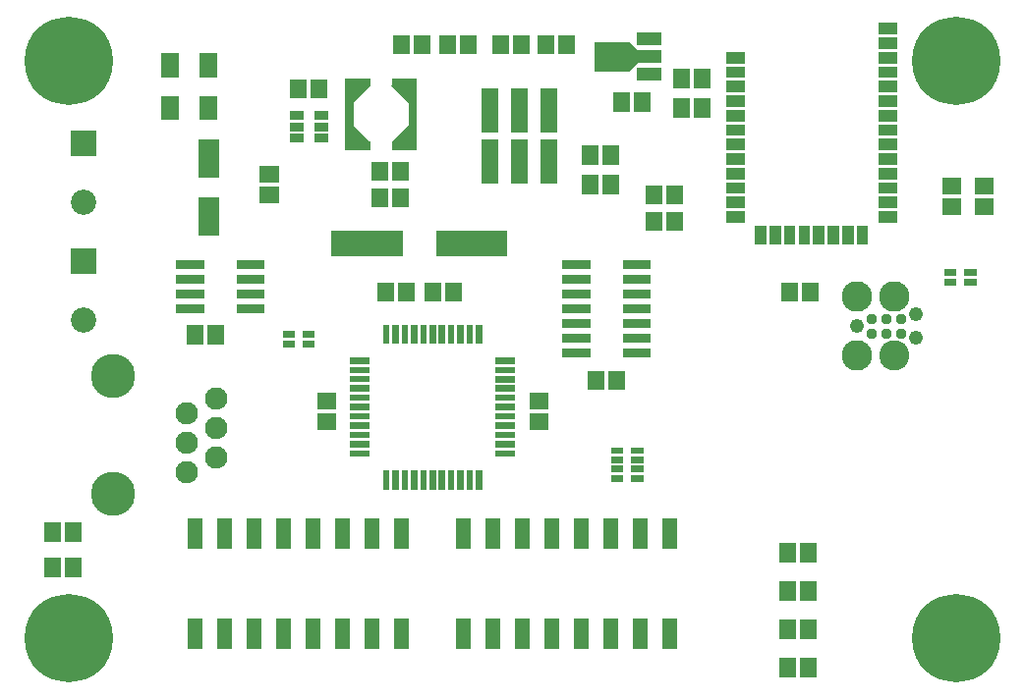
<source format=gbr>
G04 start of page 7 for group -4063 idx -4063 *
G04 Title: (unknown), componentmask *
G04 Creator: pcb 20140316 *
G04 CreationDate: Sun 13 Sep 2020 06:15:44 PM GMT UTC *
G04 For: railfan *
G04 Format: Gerber/RS-274X *
G04 PCB-Dimensions (mil): 3350.00 2300.00 *
G04 PCB-Coordinate-Origin: lower left *
%MOIN*%
%FSLAX25Y25*%
%LNTOPMASK*%
%ADD88R,0.0610X0.0610*%
%ADD87C,0.0370*%
%ADD86R,0.0390X0.0390*%
%ADD85R,0.0290X0.0290*%
%ADD84R,0.0560X0.0560*%
%ADD83R,0.1005X0.1005*%
%ADD82R,0.0438X0.0438*%
%ADD81R,0.0847X0.0847*%
%ADD80R,0.0217X0.0217*%
%ADD79R,0.0500X0.0500*%
%ADD78R,0.0690X0.0690*%
%ADD77R,0.0227X0.0227*%
%ADD76R,0.0572X0.0572*%
%ADD75R,0.0300X0.0300*%
%ADD74C,0.0860*%
%ADD73C,0.0001*%
%ADD72C,0.0760*%
%ADD71C,0.1500*%
%ADD70C,0.2997*%
%ADD69C,0.1025*%
%ADD68C,0.0490*%
%ADD67C,0.1035*%
G54D67*X284500Y133000D03*
X297000D03*
G54D68*X284500Y123000D03*
G54D69*X297000Y113000D03*
G54D67*X284500D03*
G54D68*X304500Y127000D03*
Y119000D03*
G54D70*X318000Y213000D03*
Y17000D03*
G54D71*X32000Y106000D03*
G54D72*X67000Y98500D03*
X57000Y93500D03*
X67000Y88500D03*
X57000Y83500D03*
X67000Y78500D03*
X57000Y73500D03*
G54D71*X32000Y66000D03*
G54D70*X17000Y17000D03*
Y213000D03*
G54D73*G36*
X17700Y149300D02*Y140700D01*
X26300D01*
Y149300D01*
X17700D01*
G37*
G54D74*X22000Y125000D03*
G54D73*G36*
X17700Y189300D02*Y180700D01*
X26300D01*
Y189300D01*
X17700D01*
G37*
G54D74*X22000Y165000D03*
G54D75*X55000Y144000D02*X61500D01*
X55000Y139000D02*X61500D01*
X55000Y134000D02*X61500D01*
X75500Y129000D02*X82000D01*
X75500Y134000D02*X82000D01*
X75500Y139000D02*X82000D01*
X75500Y144000D02*X82000D01*
X55000Y129000D02*X61500D01*
G54D76*X59957Y120393D02*Y119607D01*
X67043Y120393D02*Y119607D01*
G54D77*X90717Y120075D02*X92587D01*
X90717Y116925D02*X92587D01*
X97413D02*X99283D01*
X97413Y120075D02*X99283D01*
G54D78*X64500Y163307D02*Y157008D01*
G54D79*X60000Y21150D02*Y15950D01*
X70000Y21150D02*Y15950D01*
X80000Y21150D02*Y15950D01*
X90000Y21150D02*Y15950D01*
X100000Y21150D02*Y15950D01*
X110000Y21150D02*Y15950D01*
X120000Y21150D02*Y15950D01*
X130000Y21150D02*Y15950D01*
X60000Y55050D02*Y49850D01*
X70000Y55050D02*Y49850D01*
X80000Y55050D02*Y49850D01*
X90000Y55050D02*Y49850D01*
X100000Y55050D02*Y49850D01*
X110000Y55050D02*Y49850D01*
X120000Y55050D02*Y49850D01*
X130000Y55050D02*Y49850D01*
G54D76*X11457Y53393D02*Y52607D01*
X18543Y53393D02*Y52607D01*
Y41393D02*Y40607D01*
X11457Y41393D02*Y40607D01*
G54D80*X156248Y122398D02*Y117972D01*
X153099Y122398D02*Y117972D01*
X149949Y122398D02*Y117972D01*
X146800Y122398D02*Y117972D01*
X143650Y122398D02*Y117972D01*
X140500Y122398D02*Y117972D01*
X137351Y122398D02*Y117972D01*
X134201Y122398D02*Y117972D01*
G54D81*X145843Y151000D02*X161591D01*
G54D76*X147543Y134893D02*Y134107D01*
X140457Y134893D02*Y134107D01*
G54D80*X131052Y122398D02*Y117972D01*
G54D76*X131543Y134893D02*Y134107D01*
G54D80*X127902Y122398D02*Y117972D01*
X124752Y122398D02*Y117972D01*
X113602Y111248D02*X118028D01*
G54D81*X110409Y151000D02*X126157D01*
G54D76*X124457Y134893D02*Y134107D01*
G54D80*X113602Y108099D02*X118028D01*
X113602Y104949D02*X118028D01*
X113602Y101800D02*X118028D01*
X113602Y98650D02*X118028D01*
X113602Y95500D02*X118028D01*
G54D76*X104107Y97543D02*X104893D01*
X104107Y90457D02*X104893D01*
G54D80*X113602Y92351D02*X118028D01*
X113602Y89201D02*X118028D01*
X113602Y86052D02*X118028D01*
X113602Y82902D02*X118028D01*
X113602Y79752D02*X118028D01*
X124752Y73028D02*Y68602D01*
X127901Y73028D02*Y68602D01*
X131051Y73028D02*Y68602D01*
X134200Y73028D02*Y68602D01*
X137350Y73028D02*Y68602D01*
X140500Y73028D02*Y68602D01*
X143649Y73028D02*Y68602D01*
X146799Y73028D02*Y68602D01*
X149948Y73028D02*Y68602D01*
X153098Y73028D02*Y68602D01*
X156248Y73028D02*Y68602D01*
G54D76*X204457Y199393D02*Y198607D01*
X211543Y199393D02*Y198607D01*
X178957Y218893D02*Y218107D01*
X186043Y218893D02*Y218107D01*
X163457Y218893D02*Y218107D01*
X170543Y218893D02*Y218107D01*
G54D82*X211890Y208594D02*X215984D01*
X204174Y214500D02*X215984D01*
G54D83*X200550D02*X202440D01*
G54D73*G36*
X205321Y211195D02*X208585Y214459D01*
X210429Y212615D01*
X207165Y209351D01*
X205321Y211195D01*
G37*
G36*
X207165Y219649D02*X210429Y216385D01*
X208585Y214541D01*
X205321Y217805D01*
X207165Y219649D01*
G37*
G54D82*X211890Y220406D02*X215984D01*
G54D76*X137043Y218893D02*Y218107D01*
X129957Y218893D02*Y218107D01*
X152543Y218893D02*Y218107D01*
X145457Y218893D02*Y218107D01*
G54D84*X160000Y183504D02*Y174016D01*
Y200984D02*Y191496D01*
X170000Y183504D02*Y174016D01*
Y200984D02*Y191496D01*
X180000Y183504D02*Y174016D01*
Y200984D02*Y191496D01*
G54D76*X193957Y181393D02*Y180607D01*
X201043Y181393D02*Y180607D01*
X193957Y171393D02*Y170607D01*
X201043Y171393D02*Y170607D01*
G54D85*X133700Y205700D02*Y184300D01*
X128100Y205700D02*X133700D01*
G54D73*G36*
X126531Y185450D02*X132550Y191469D01*
X135096Y188923D01*
X129077Y182904D01*
X126531Y185450D01*
G37*
G36*
X129077Y207096D02*X135096Y201077D01*
X132550Y198531D01*
X126531Y204550D01*
X129077Y207096D01*
G37*
G36*
X130750Y187250D02*Y183650D01*
X134350D01*
Y187250D01*
X130750D01*
G37*
G36*
Y206350D02*Y202750D01*
X134350D01*
Y206350D01*
X130750D01*
G37*
G54D85*X128100Y184300D02*X133700D01*
G54D76*X129543Y175893D02*Y175107D01*
Y166893D02*Y166107D01*
G54D86*X242000Y214146D02*X244402D01*
X242000Y209224D02*X244402D01*
X242000Y204303D02*X244402D01*
X242000Y199382D02*X244402D01*
X242000Y194461D02*X244402D01*
X242000Y189539D02*X244402D01*
X242000Y184618D02*X244402D01*
G54D76*X232043Y207393D02*Y206607D01*
X224957Y207393D02*Y206607D01*
X232043Y197393D02*Y196607D01*
X224957Y197393D02*Y196607D01*
G54D86*X242000Y179697D02*X244402D01*
X242000Y174776D02*X244402D01*
X242000Y169854D02*X244402D01*
G54D76*X222543Y167893D02*Y167107D01*
X215457Y167893D02*Y167107D01*
G54D86*X242000Y164933D02*X244402D01*
X242000Y160012D02*X244402D01*
G54D77*X202217Y80724D02*X204087D01*
X202217Y77575D02*X204087D01*
G54D79*X201000Y55050D02*Y49850D01*
G54D77*X202217Y74425D02*X204087D01*
X202217Y71276D02*X204087D01*
X208913D02*X210783D01*
X208913Y74425D02*X210783D01*
X208913Y77575D02*X210783D01*
X208913Y80724D02*X210783D01*
G54D79*X211000Y55050D02*Y49850D01*
X221000Y55050D02*Y49850D01*
X151000Y21150D02*Y15950D01*
Y55050D02*Y49850D01*
X161000Y21150D02*Y15950D01*
Y55050D02*Y49850D01*
X171000Y55050D02*Y49850D01*
X181000Y55050D02*Y49850D01*
X191000Y55050D02*Y49850D01*
X171000Y21150D02*Y15950D01*
X181000Y21150D02*Y15950D01*
X191000Y21150D02*Y15950D01*
X201000Y21150D02*Y15950D01*
X211000Y21150D02*Y15950D01*
X221000Y21150D02*Y15950D01*
G54D76*X268043Y7393D02*Y6607D01*
X260957Y7393D02*Y6607D01*
X268043Y20393D02*Y19607D01*
X260957Y20393D02*Y19607D01*
X268043Y33393D02*Y32607D01*
X260957Y33393D02*Y32607D01*
X268043Y46393D02*Y45607D01*
X260957Y46393D02*Y45607D01*
G54D80*X162972Y79752D02*X167398D01*
X162972Y82901D02*X167398D01*
X162972Y86051D02*X167398D01*
X162972Y89200D02*X167398D01*
X162972Y92350D02*X167398D01*
X162972Y95500D02*X167398D01*
X162972Y98649D02*X167398D01*
X162972Y101799D02*X167398D01*
X162972Y104948D02*X167398D01*
X162972Y108098D02*X167398D01*
X162972Y111248D02*X167398D01*
G54D76*X176107Y90457D02*X176893D01*
X176107Y97543D02*X176893D01*
G54D75*X206500Y114000D02*X213000D01*
G54D76*X203043Y104893D02*Y104107D01*
X195957Y104893D02*Y104107D01*
G54D75*X206500Y119000D02*X213000D01*
X206500Y124000D02*X213000D01*
X206500Y129000D02*X213000D01*
X206500Y134000D02*X213000D01*
X206500Y139000D02*X213000D01*
X206500Y144000D02*X213000D01*
X186000D02*X192500D01*
X186000Y139000D02*X192500D01*
X186000Y134000D02*X192500D01*
X186000Y129000D02*X192500D01*
X186000Y124000D02*X192500D01*
X186000Y119000D02*X192500D01*
X186000Y114000D02*X192500D01*
G54D86*X251776Y155150D02*Y152752D01*
X256697Y155150D02*Y152752D01*
X261618Y155150D02*Y152752D01*
X266539Y155150D02*Y152752D01*
X271461Y155150D02*Y152752D01*
X276382Y155150D02*Y152752D01*
G54D76*X222543Y158893D02*Y158107D01*
X215457Y158893D02*Y158107D01*
G54D86*X281303Y155150D02*Y152752D01*
X286224Y155150D02*Y152752D01*
X293598Y160012D02*X296000D01*
X293598Y164933D02*X296000D01*
G54D87*X289500Y120500D03*
Y125500D03*
X294500Y120500D03*
Y125500D03*
X299500Y120500D03*
Y125500D03*
G54D76*X261457Y134893D02*Y134107D01*
X268543Y134893D02*Y134107D01*
G54D86*X293598Y169854D02*X296000D01*
X293598Y174776D02*X296000D01*
X293598Y179697D02*X296000D01*
X293598Y184618D02*X296000D01*
X293598Y189539D02*X296000D01*
X293598Y194461D02*X296000D01*
X293598Y199382D02*X296000D01*
X293598Y204303D02*X296000D01*
X293598Y209224D02*X296000D01*
X293598Y214146D02*X296000D01*
X293598Y219067D02*X296000D01*
X293598Y223988D02*X296000D01*
G54D77*X321913Y137925D02*X323783D01*
X321913Y141075D02*X323783D01*
X315217D02*X317087D01*
X315217Y137925D02*X317087D01*
G54D76*X316107Y170543D02*X316893D01*
X316107Y163457D02*X316893D01*
X327107Y170543D02*X327893D01*
X327107Y163457D02*X327893D01*
G54D88*X51500Y212500D02*Y210500D01*
X64500Y212500D02*Y210500D01*
X51500Y198000D02*Y196000D01*
X64500Y198000D02*Y196000D01*
G54D78*Y182992D02*Y176693D01*
G54D76*X84607Y174543D02*X85393D01*
X84607Y167457D02*X85393D01*
G54D85*X112300Y205700D02*Y184300D01*
X117900D01*
X112300Y205700D02*X117900D01*
G54D73*G36*
X111650Y187250D02*Y183650D01*
X115250D01*
Y187250D01*
X111650D01*
G37*
G36*
Y206350D02*Y202750D01*
X115250D01*
Y206350D01*
X111650D01*
G37*
G36*
X113450Y191469D02*X119469Y185450D01*
X116923Y182904D01*
X110904Y188923D01*
X113450Y191469D01*
G37*
G36*
X110904Y201077D02*X116923Y207096D01*
X119469Y204550D01*
X113450Y198531D01*
X110904Y201077D01*
G37*
G54D76*X122457Y175893D02*Y175107D01*
Y166893D02*Y166107D01*
G54D75*X93700Y194500D02*X95300D01*
X93700Y190600D02*X95300D01*
X93700Y186700D02*X95300D01*
X101900D02*X103500D01*
X101900Y190600D02*X103500D01*
X101900Y194500D02*X103500D01*
G54D76*X94957Y203893D02*Y203107D01*
X102043Y203893D02*Y203107D01*
M02*

</source>
